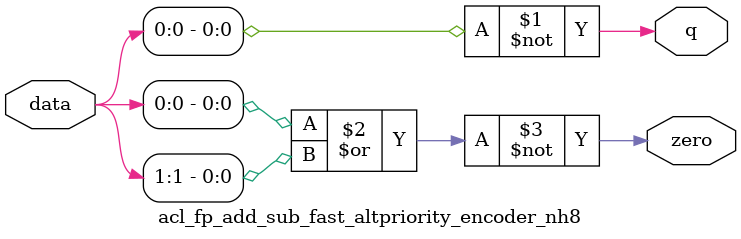
<source format=v>
module  acl_fp_add_sub_fast_altpriority_encoder_nh8
	( 
	data,
	q,
	zero) ;
	input   [1:0]  data;
	output   [0:0]  q;
	output   zero;
	assign
		q = {(~ data[0])},
		zero = (~ (data[0] | data[1]));
endmodule
</source>
